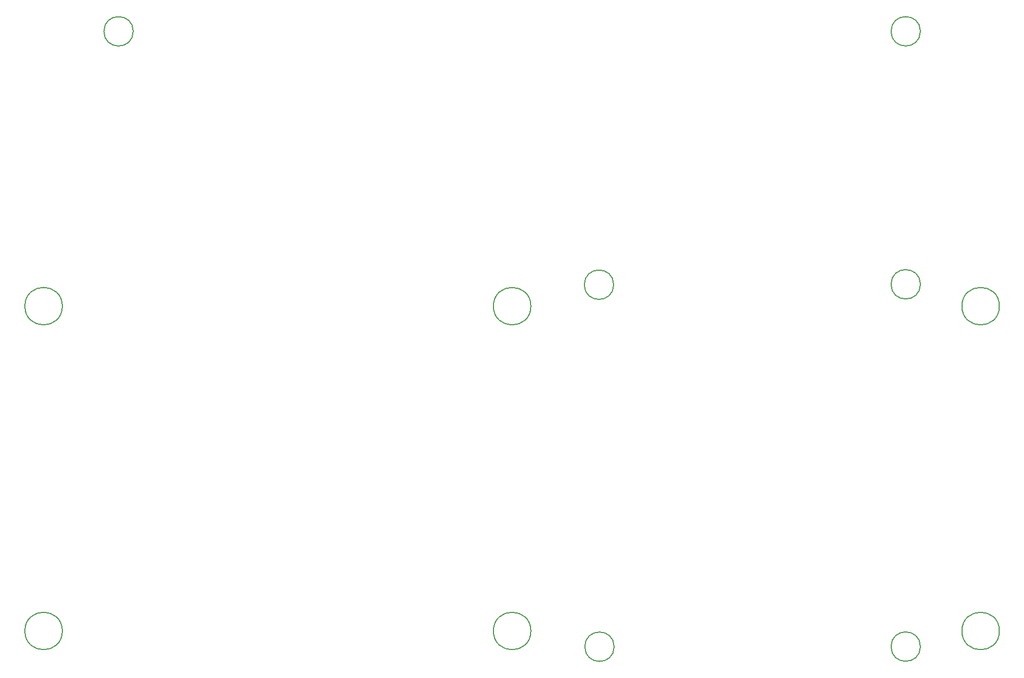
<source format=gbr>
%TF.GenerationSoftware,KiCad,Pcbnew,7.0.8-7.0.8~ubuntu23.04.1*%
%TF.CreationDate,2023-10-19T21:47:08+00:00*%
%TF.ProjectId,pedalboard-hw,70656461-6c62-46f6-9172-642d68772e6b,3.0.0*%
%TF.SameCoordinates,Original*%
%TF.FileFunction,Other,Comment*%
%FSLAX46Y46*%
G04 Gerber Fmt 4.6, Leading zero omitted, Abs format (unit mm)*
G04 Created by KiCad (PCBNEW 7.0.8-7.0.8~ubuntu23.04.1) date 2023-10-19 21:47:08*
%MOMM*%
%LPD*%
G01*
G04 APERTURE LIST*
%ADD10C,0.150000*%
G04 APERTURE END LIST*
D10*
%TO.C,H12*%
X170350000Y-121500000D02*
G75*
G03*
X170350000Y-121500000I-2350000J0D01*
G01*
%TO.C,H9*%
X33000000Y-119000000D02*
G75*
G03*
X33000000Y-119000000I-3000000J0D01*
G01*
%TO.C,H6*%
X108000000Y-67000000D02*
G75*
G03*
X108000000Y-67000000I-3000000J0D01*
G01*
%TO.C,H5*%
X33000000Y-67000000D02*
G75*
G03*
X33000000Y-67000000I-3000000J0D01*
G01*
%TO.C,H11*%
X121330000Y-121520000D02*
G75*
G03*
X121330000Y-121520000I-2350000J0D01*
G01*
%TO.C,H1*%
X44350000Y-23000000D02*
G75*
G03*
X44350000Y-23000000I-2350000J0D01*
G01*
%TO.C,H4*%
X170350000Y-63500000D02*
G75*
G03*
X170350000Y-63500000I-2350000J0D01*
G01*
%TO.C,H8*%
X183000000Y-67000000D02*
G75*
G03*
X183000000Y-67000000I-3000000J0D01*
G01*
%TO.C,H10*%
X108000000Y-119000000D02*
G75*
G03*
X108000000Y-119000000I-3000000J0D01*
G01*
%TO.C,H7*%
X121250000Y-63565600D02*
G75*
G03*
X121250000Y-63565600I-2350000J0D01*
G01*
%TO.C,H13*%
X183000000Y-119000000D02*
G75*
G03*
X183000000Y-119000000I-3000000J0D01*
G01*
%TO.C,H3*%
X170350000Y-23000000D02*
G75*
G03*
X170350000Y-23000000I-2350000J0D01*
G01*
%TD*%
M02*

</source>
